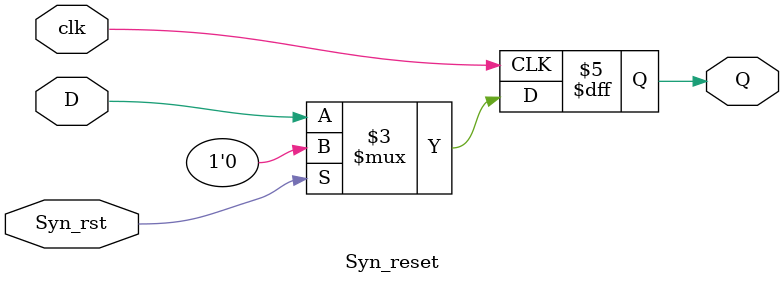
<source format=v>
module Syn_reset(input clk,Syn_rst,D,output reg Q);

always@(posedge clk)begin
	if(Syn_rst)
		Q <= 1'b0;
	else
		Q <= D;
end

endmodule

</source>
